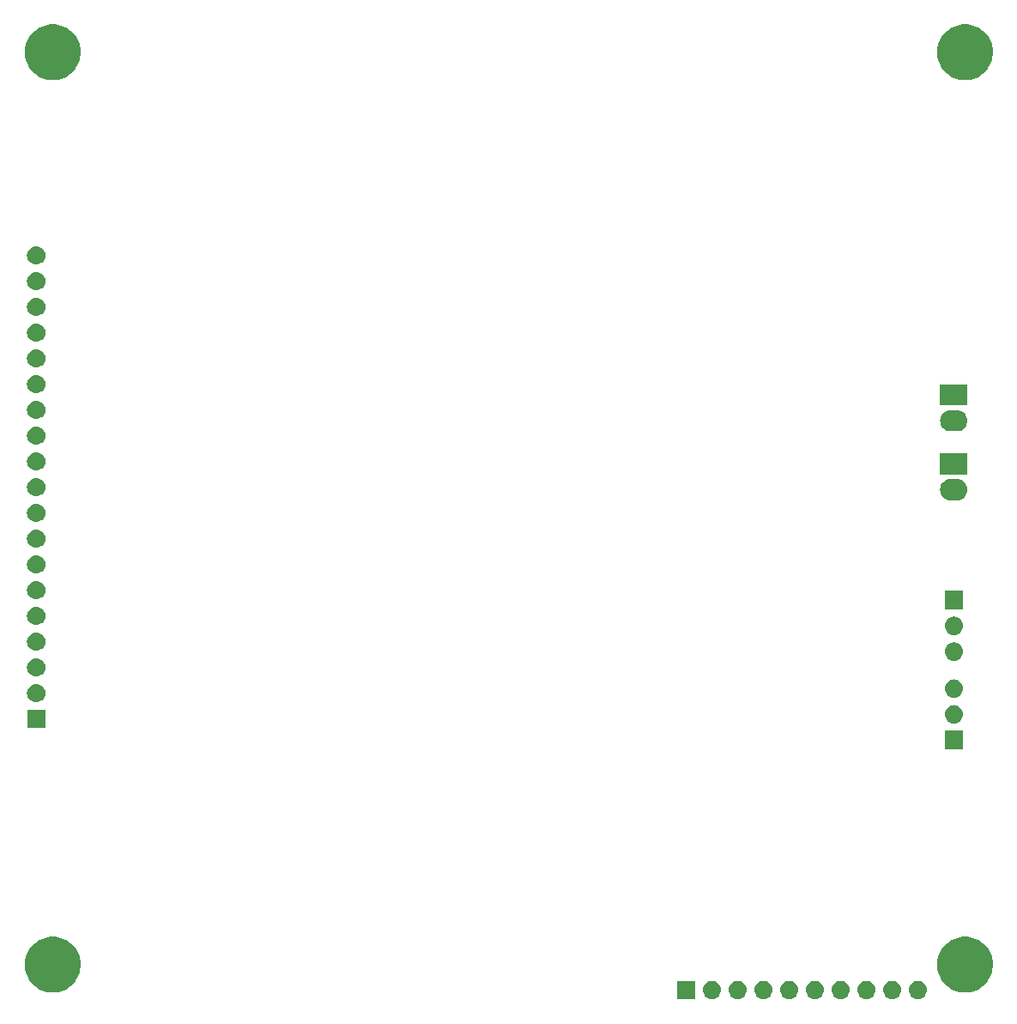
<source format=gbr>
G04 #@! TF.GenerationSoftware,KiCad,Pcbnew,6.0.0-rc1-unknown-5edf350~66~ubuntu18.10.1*
G04 #@! TF.CreationDate,2019-02-07T09:42:41-05:00
G04 #@! TF.ProjectId,BMS-Slave,424d532d-536c-4617-9665-2e6b69636164,V0.2*
G04 #@! TF.SameCoordinates,Original*
G04 #@! TF.FileFunction,Soldermask,Bot*
G04 #@! TF.FilePolarity,Negative*
%FSLAX46Y46*%
G04 Gerber Fmt 4.6, Leading zero omitted, Abs format (unit mm)*
G04 Created by KiCad (PCBNEW 6.0.0-rc1-unknown-5edf350~66~ubuntu18.10.1) date 2019-02-07 09:42:41*
%MOMM*%
%LPD*%
G04 APERTURE LIST*
%ADD10C,0.100000*%
G04 APERTURE END LIST*
D10*
G36*
X68401000Y-98401000D02*
G01*
X66599000Y-98401000D01*
X66599000Y-96599000D01*
X68401000Y-96599000D01*
X68401000Y-98401000D01*
X68401000Y-98401000D01*
G37*
G36*
X87930442Y-96605518D02*
G01*
X87996627Y-96612037D01*
X88166466Y-96663557D01*
X88322991Y-96747222D01*
X88358729Y-96776552D01*
X88460186Y-96859814D01*
X88543448Y-96961271D01*
X88572778Y-96997009D01*
X88656443Y-97153534D01*
X88707963Y-97323373D01*
X88725359Y-97500000D01*
X88707963Y-97676627D01*
X88656443Y-97846466D01*
X88572778Y-98002991D01*
X88543448Y-98038729D01*
X88460186Y-98140186D01*
X88358729Y-98223448D01*
X88322991Y-98252778D01*
X88166466Y-98336443D01*
X87996627Y-98387963D01*
X87930442Y-98394482D01*
X87864260Y-98401000D01*
X87775740Y-98401000D01*
X87709558Y-98394482D01*
X87643373Y-98387963D01*
X87473534Y-98336443D01*
X87317009Y-98252778D01*
X87281271Y-98223448D01*
X87179814Y-98140186D01*
X87096552Y-98038729D01*
X87067222Y-98002991D01*
X86983557Y-97846466D01*
X86932037Y-97676627D01*
X86914641Y-97500000D01*
X86932037Y-97323373D01*
X86983557Y-97153534D01*
X87067222Y-96997009D01*
X87096552Y-96961271D01*
X87179814Y-96859814D01*
X87281271Y-96776552D01*
X87317009Y-96747222D01*
X87473534Y-96663557D01*
X87643373Y-96612037D01*
X87709558Y-96605518D01*
X87775740Y-96599000D01*
X87864260Y-96599000D01*
X87930442Y-96605518D01*
X87930442Y-96605518D01*
G37*
G36*
X90470442Y-96605518D02*
G01*
X90536627Y-96612037D01*
X90706466Y-96663557D01*
X90862991Y-96747222D01*
X90898729Y-96776552D01*
X91000186Y-96859814D01*
X91083448Y-96961271D01*
X91112778Y-96997009D01*
X91196443Y-97153534D01*
X91247963Y-97323373D01*
X91265359Y-97500000D01*
X91247963Y-97676627D01*
X91196443Y-97846466D01*
X91112778Y-98002991D01*
X91083448Y-98038729D01*
X91000186Y-98140186D01*
X90898729Y-98223448D01*
X90862991Y-98252778D01*
X90706466Y-98336443D01*
X90536627Y-98387963D01*
X90470442Y-98394482D01*
X90404260Y-98401000D01*
X90315740Y-98401000D01*
X90249558Y-98394482D01*
X90183373Y-98387963D01*
X90013534Y-98336443D01*
X89857009Y-98252778D01*
X89821271Y-98223448D01*
X89719814Y-98140186D01*
X89636552Y-98038729D01*
X89607222Y-98002991D01*
X89523557Y-97846466D01*
X89472037Y-97676627D01*
X89454641Y-97500000D01*
X89472037Y-97323373D01*
X89523557Y-97153534D01*
X89607222Y-96997009D01*
X89636552Y-96961271D01*
X89719814Y-96859814D01*
X89821271Y-96776552D01*
X89857009Y-96747222D01*
X90013534Y-96663557D01*
X90183373Y-96612037D01*
X90249558Y-96605518D01*
X90315740Y-96599000D01*
X90404260Y-96599000D01*
X90470442Y-96605518D01*
X90470442Y-96605518D01*
G37*
G36*
X85390442Y-96605518D02*
G01*
X85456627Y-96612037D01*
X85626466Y-96663557D01*
X85782991Y-96747222D01*
X85818729Y-96776552D01*
X85920186Y-96859814D01*
X86003448Y-96961271D01*
X86032778Y-96997009D01*
X86116443Y-97153534D01*
X86167963Y-97323373D01*
X86185359Y-97500000D01*
X86167963Y-97676627D01*
X86116443Y-97846466D01*
X86032778Y-98002991D01*
X86003448Y-98038729D01*
X85920186Y-98140186D01*
X85818729Y-98223448D01*
X85782991Y-98252778D01*
X85626466Y-98336443D01*
X85456627Y-98387963D01*
X85390442Y-98394482D01*
X85324260Y-98401000D01*
X85235740Y-98401000D01*
X85169558Y-98394482D01*
X85103373Y-98387963D01*
X84933534Y-98336443D01*
X84777009Y-98252778D01*
X84741271Y-98223448D01*
X84639814Y-98140186D01*
X84556552Y-98038729D01*
X84527222Y-98002991D01*
X84443557Y-97846466D01*
X84392037Y-97676627D01*
X84374641Y-97500000D01*
X84392037Y-97323373D01*
X84443557Y-97153534D01*
X84527222Y-96997009D01*
X84556552Y-96961271D01*
X84639814Y-96859814D01*
X84741271Y-96776552D01*
X84777009Y-96747222D01*
X84933534Y-96663557D01*
X85103373Y-96612037D01*
X85169558Y-96605518D01*
X85235740Y-96599000D01*
X85324260Y-96599000D01*
X85390442Y-96605518D01*
X85390442Y-96605518D01*
G37*
G36*
X82850442Y-96605518D02*
G01*
X82916627Y-96612037D01*
X83086466Y-96663557D01*
X83242991Y-96747222D01*
X83278729Y-96776552D01*
X83380186Y-96859814D01*
X83463448Y-96961271D01*
X83492778Y-96997009D01*
X83576443Y-97153534D01*
X83627963Y-97323373D01*
X83645359Y-97500000D01*
X83627963Y-97676627D01*
X83576443Y-97846466D01*
X83492778Y-98002991D01*
X83463448Y-98038729D01*
X83380186Y-98140186D01*
X83278729Y-98223448D01*
X83242991Y-98252778D01*
X83086466Y-98336443D01*
X82916627Y-98387963D01*
X82850442Y-98394482D01*
X82784260Y-98401000D01*
X82695740Y-98401000D01*
X82629558Y-98394482D01*
X82563373Y-98387963D01*
X82393534Y-98336443D01*
X82237009Y-98252778D01*
X82201271Y-98223448D01*
X82099814Y-98140186D01*
X82016552Y-98038729D01*
X81987222Y-98002991D01*
X81903557Y-97846466D01*
X81852037Y-97676627D01*
X81834641Y-97500000D01*
X81852037Y-97323373D01*
X81903557Y-97153534D01*
X81987222Y-96997009D01*
X82016552Y-96961271D01*
X82099814Y-96859814D01*
X82201271Y-96776552D01*
X82237009Y-96747222D01*
X82393534Y-96663557D01*
X82563373Y-96612037D01*
X82629558Y-96605518D01*
X82695740Y-96599000D01*
X82784260Y-96599000D01*
X82850442Y-96605518D01*
X82850442Y-96605518D01*
G37*
G36*
X80310442Y-96605518D02*
G01*
X80376627Y-96612037D01*
X80546466Y-96663557D01*
X80702991Y-96747222D01*
X80738729Y-96776552D01*
X80840186Y-96859814D01*
X80923448Y-96961271D01*
X80952778Y-96997009D01*
X81036443Y-97153534D01*
X81087963Y-97323373D01*
X81105359Y-97500000D01*
X81087963Y-97676627D01*
X81036443Y-97846466D01*
X80952778Y-98002991D01*
X80923448Y-98038729D01*
X80840186Y-98140186D01*
X80738729Y-98223448D01*
X80702991Y-98252778D01*
X80546466Y-98336443D01*
X80376627Y-98387963D01*
X80310442Y-98394482D01*
X80244260Y-98401000D01*
X80155740Y-98401000D01*
X80089558Y-98394482D01*
X80023373Y-98387963D01*
X79853534Y-98336443D01*
X79697009Y-98252778D01*
X79661271Y-98223448D01*
X79559814Y-98140186D01*
X79476552Y-98038729D01*
X79447222Y-98002991D01*
X79363557Y-97846466D01*
X79312037Y-97676627D01*
X79294641Y-97500000D01*
X79312037Y-97323373D01*
X79363557Y-97153534D01*
X79447222Y-96997009D01*
X79476552Y-96961271D01*
X79559814Y-96859814D01*
X79661271Y-96776552D01*
X79697009Y-96747222D01*
X79853534Y-96663557D01*
X80023373Y-96612037D01*
X80089558Y-96605518D01*
X80155740Y-96599000D01*
X80244260Y-96599000D01*
X80310442Y-96605518D01*
X80310442Y-96605518D01*
G37*
G36*
X77770442Y-96605518D02*
G01*
X77836627Y-96612037D01*
X78006466Y-96663557D01*
X78162991Y-96747222D01*
X78198729Y-96776552D01*
X78300186Y-96859814D01*
X78383448Y-96961271D01*
X78412778Y-96997009D01*
X78496443Y-97153534D01*
X78547963Y-97323373D01*
X78565359Y-97500000D01*
X78547963Y-97676627D01*
X78496443Y-97846466D01*
X78412778Y-98002991D01*
X78383448Y-98038729D01*
X78300186Y-98140186D01*
X78198729Y-98223448D01*
X78162991Y-98252778D01*
X78006466Y-98336443D01*
X77836627Y-98387963D01*
X77770442Y-98394482D01*
X77704260Y-98401000D01*
X77615740Y-98401000D01*
X77549558Y-98394482D01*
X77483373Y-98387963D01*
X77313534Y-98336443D01*
X77157009Y-98252778D01*
X77121271Y-98223448D01*
X77019814Y-98140186D01*
X76936552Y-98038729D01*
X76907222Y-98002991D01*
X76823557Y-97846466D01*
X76772037Y-97676627D01*
X76754641Y-97500000D01*
X76772037Y-97323373D01*
X76823557Y-97153534D01*
X76907222Y-96997009D01*
X76936552Y-96961271D01*
X77019814Y-96859814D01*
X77121271Y-96776552D01*
X77157009Y-96747222D01*
X77313534Y-96663557D01*
X77483373Y-96612037D01*
X77549558Y-96605518D01*
X77615740Y-96599000D01*
X77704260Y-96599000D01*
X77770442Y-96605518D01*
X77770442Y-96605518D01*
G37*
G36*
X75230442Y-96605518D02*
G01*
X75296627Y-96612037D01*
X75466466Y-96663557D01*
X75622991Y-96747222D01*
X75658729Y-96776552D01*
X75760186Y-96859814D01*
X75843448Y-96961271D01*
X75872778Y-96997009D01*
X75956443Y-97153534D01*
X76007963Y-97323373D01*
X76025359Y-97500000D01*
X76007963Y-97676627D01*
X75956443Y-97846466D01*
X75872778Y-98002991D01*
X75843448Y-98038729D01*
X75760186Y-98140186D01*
X75658729Y-98223448D01*
X75622991Y-98252778D01*
X75466466Y-98336443D01*
X75296627Y-98387963D01*
X75230442Y-98394482D01*
X75164260Y-98401000D01*
X75075740Y-98401000D01*
X75009558Y-98394482D01*
X74943373Y-98387963D01*
X74773534Y-98336443D01*
X74617009Y-98252778D01*
X74581271Y-98223448D01*
X74479814Y-98140186D01*
X74396552Y-98038729D01*
X74367222Y-98002991D01*
X74283557Y-97846466D01*
X74232037Y-97676627D01*
X74214641Y-97500000D01*
X74232037Y-97323373D01*
X74283557Y-97153534D01*
X74367222Y-96997009D01*
X74396552Y-96961271D01*
X74479814Y-96859814D01*
X74581271Y-96776552D01*
X74617009Y-96747222D01*
X74773534Y-96663557D01*
X74943373Y-96612037D01*
X75009558Y-96605518D01*
X75075740Y-96599000D01*
X75164260Y-96599000D01*
X75230442Y-96605518D01*
X75230442Y-96605518D01*
G37*
G36*
X72690442Y-96605518D02*
G01*
X72756627Y-96612037D01*
X72926466Y-96663557D01*
X73082991Y-96747222D01*
X73118729Y-96776552D01*
X73220186Y-96859814D01*
X73303448Y-96961271D01*
X73332778Y-96997009D01*
X73416443Y-97153534D01*
X73467963Y-97323373D01*
X73485359Y-97500000D01*
X73467963Y-97676627D01*
X73416443Y-97846466D01*
X73332778Y-98002991D01*
X73303448Y-98038729D01*
X73220186Y-98140186D01*
X73118729Y-98223448D01*
X73082991Y-98252778D01*
X72926466Y-98336443D01*
X72756627Y-98387963D01*
X72690442Y-98394482D01*
X72624260Y-98401000D01*
X72535740Y-98401000D01*
X72469558Y-98394482D01*
X72403373Y-98387963D01*
X72233534Y-98336443D01*
X72077009Y-98252778D01*
X72041271Y-98223448D01*
X71939814Y-98140186D01*
X71856552Y-98038729D01*
X71827222Y-98002991D01*
X71743557Y-97846466D01*
X71692037Y-97676627D01*
X71674641Y-97500000D01*
X71692037Y-97323373D01*
X71743557Y-97153534D01*
X71827222Y-96997009D01*
X71856552Y-96961271D01*
X71939814Y-96859814D01*
X72041271Y-96776552D01*
X72077009Y-96747222D01*
X72233534Y-96663557D01*
X72403373Y-96612037D01*
X72469558Y-96605518D01*
X72535740Y-96599000D01*
X72624260Y-96599000D01*
X72690442Y-96605518D01*
X72690442Y-96605518D01*
G37*
G36*
X70150442Y-96605518D02*
G01*
X70216627Y-96612037D01*
X70386466Y-96663557D01*
X70542991Y-96747222D01*
X70578729Y-96776552D01*
X70680186Y-96859814D01*
X70763448Y-96961271D01*
X70792778Y-96997009D01*
X70876443Y-97153534D01*
X70927963Y-97323373D01*
X70945359Y-97500000D01*
X70927963Y-97676627D01*
X70876443Y-97846466D01*
X70792778Y-98002991D01*
X70763448Y-98038729D01*
X70680186Y-98140186D01*
X70578729Y-98223448D01*
X70542991Y-98252778D01*
X70386466Y-98336443D01*
X70216627Y-98387963D01*
X70150442Y-98394482D01*
X70084260Y-98401000D01*
X69995740Y-98401000D01*
X69929558Y-98394482D01*
X69863373Y-98387963D01*
X69693534Y-98336443D01*
X69537009Y-98252778D01*
X69501271Y-98223448D01*
X69399814Y-98140186D01*
X69316552Y-98038729D01*
X69287222Y-98002991D01*
X69203557Y-97846466D01*
X69152037Y-97676627D01*
X69134641Y-97500000D01*
X69152037Y-97323373D01*
X69203557Y-97153534D01*
X69287222Y-96997009D01*
X69316552Y-96961271D01*
X69399814Y-96859814D01*
X69501271Y-96776552D01*
X69537009Y-96747222D01*
X69693534Y-96663557D01*
X69863373Y-96612037D01*
X69929558Y-96605518D01*
X69995740Y-96599000D01*
X70084260Y-96599000D01*
X70150442Y-96605518D01*
X70150442Y-96605518D01*
G37*
G36*
X5536693Y-92301859D02*
G01*
X5802437Y-92354719D01*
X6303087Y-92562095D01*
X6483561Y-92682684D01*
X6753660Y-92863158D01*
X7136842Y-93246340D01*
X7317316Y-93516439D01*
X7437905Y-93696913D01*
X7571363Y-94019109D01*
X7645281Y-94197564D01*
X7751000Y-94729049D01*
X7751000Y-95270951D01*
X7715186Y-95451000D01*
X7645281Y-95802437D01*
X7437905Y-96303087D01*
X7381521Y-96387471D01*
X7136842Y-96753660D01*
X6753660Y-97136842D01*
X6490774Y-97312496D01*
X6303087Y-97437905D01*
X5802437Y-97645281D01*
X5536694Y-97698140D01*
X5270951Y-97751000D01*
X4729049Y-97751000D01*
X4463306Y-97698140D01*
X4197563Y-97645281D01*
X3696913Y-97437905D01*
X3509226Y-97312496D01*
X3246340Y-97136842D01*
X2863158Y-96753660D01*
X2618479Y-96387471D01*
X2562095Y-96303087D01*
X2354719Y-95802437D01*
X2284814Y-95451000D01*
X2249000Y-95270951D01*
X2249000Y-94729049D01*
X2354719Y-94197564D01*
X2428637Y-94019109D01*
X2562095Y-93696913D01*
X2682684Y-93516439D01*
X2863158Y-93246340D01*
X3246340Y-92863158D01*
X3516439Y-92682684D01*
X3696913Y-92562095D01*
X4197563Y-92354719D01*
X4463307Y-92301859D01*
X4729049Y-92249000D01*
X5270951Y-92249000D01*
X5536693Y-92301859D01*
X5536693Y-92301859D01*
G37*
G36*
X95536693Y-92301859D02*
G01*
X95802437Y-92354719D01*
X96303087Y-92562095D01*
X96483561Y-92682684D01*
X96753660Y-92863158D01*
X97136842Y-93246340D01*
X97317316Y-93516439D01*
X97437905Y-93696913D01*
X97571363Y-94019109D01*
X97645281Y-94197564D01*
X97751000Y-94729049D01*
X97751000Y-95270951D01*
X97715186Y-95451000D01*
X97645281Y-95802437D01*
X97437905Y-96303087D01*
X97381521Y-96387471D01*
X97136842Y-96753660D01*
X96753660Y-97136842D01*
X96490774Y-97312496D01*
X96303087Y-97437905D01*
X95802437Y-97645281D01*
X95536693Y-97698141D01*
X95270951Y-97751000D01*
X94729049Y-97751000D01*
X94463306Y-97698140D01*
X94197563Y-97645281D01*
X93696913Y-97437905D01*
X93509226Y-97312496D01*
X93246340Y-97136842D01*
X92863158Y-96753660D01*
X92618479Y-96387471D01*
X92562095Y-96303087D01*
X92354719Y-95802437D01*
X92284814Y-95451000D01*
X92249000Y-95270951D01*
X92249000Y-94729049D01*
X92354719Y-94197564D01*
X92428637Y-94019109D01*
X92562095Y-93696913D01*
X92682684Y-93516439D01*
X92863158Y-93246340D01*
X93246340Y-92863158D01*
X93516439Y-92682684D01*
X93696913Y-92562095D01*
X94197563Y-92354719D01*
X94463307Y-92301859D01*
X94729049Y-92249000D01*
X95270951Y-92249000D01*
X95536693Y-92301859D01*
X95536693Y-92301859D01*
G37*
G36*
X94819320Y-73742520D02*
G01*
X93017320Y-73742520D01*
X93017320Y-71940520D01*
X94819320Y-71940520D01*
X94819320Y-73742520D01*
X94819320Y-73742520D01*
G37*
G36*
X4279200Y-71665400D02*
G01*
X2477200Y-71665400D01*
X2477200Y-69863400D01*
X4279200Y-69863400D01*
X4279200Y-71665400D01*
X4279200Y-71665400D01*
G37*
G36*
X94028763Y-69407039D02*
G01*
X94094947Y-69413557D01*
X94264786Y-69465077D01*
X94421311Y-69548742D01*
X94457049Y-69578072D01*
X94558506Y-69661334D01*
X94641768Y-69762791D01*
X94671098Y-69798529D01*
X94754763Y-69955054D01*
X94806283Y-70124893D01*
X94823679Y-70301520D01*
X94806283Y-70478147D01*
X94754763Y-70647986D01*
X94671098Y-70804511D01*
X94641768Y-70840249D01*
X94558506Y-70941706D01*
X94457049Y-71024968D01*
X94421311Y-71054298D01*
X94264786Y-71137963D01*
X94094947Y-71189483D01*
X94028762Y-71196002D01*
X93962580Y-71202520D01*
X93874060Y-71202520D01*
X93807878Y-71196002D01*
X93741693Y-71189483D01*
X93571854Y-71137963D01*
X93415329Y-71054298D01*
X93379591Y-71024968D01*
X93278134Y-70941706D01*
X93194872Y-70840249D01*
X93165542Y-70804511D01*
X93081877Y-70647986D01*
X93030357Y-70478147D01*
X93012961Y-70301520D01*
X93030357Y-70124893D01*
X93081877Y-69955054D01*
X93165542Y-69798529D01*
X93194872Y-69762791D01*
X93278134Y-69661334D01*
X93379591Y-69578072D01*
X93415329Y-69548742D01*
X93571854Y-69465077D01*
X93741693Y-69413557D01*
X93807877Y-69407039D01*
X93874060Y-69400520D01*
X93962580Y-69400520D01*
X94028763Y-69407039D01*
X94028763Y-69407039D01*
G37*
G36*
X3488643Y-67329919D02*
G01*
X3554827Y-67336437D01*
X3724666Y-67387957D01*
X3881191Y-67471622D01*
X3916929Y-67500952D01*
X4018386Y-67584214D01*
X4101648Y-67685671D01*
X4130978Y-67721409D01*
X4214643Y-67877934D01*
X4266163Y-68047773D01*
X4283559Y-68224400D01*
X4266163Y-68401027D01*
X4214643Y-68570866D01*
X4130978Y-68727391D01*
X4101648Y-68763129D01*
X4018386Y-68864586D01*
X3916929Y-68947848D01*
X3881191Y-68977178D01*
X3724666Y-69060843D01*
X3554827Y-69112363D01*
X3488643Y-69118881D01*
X3422460Y-69125400D01*
X3333940Y-69125400D01*
X3267757Y-69118881D01*
X3201573Y-69112363D01*
X3031734Y-69060843D01*
X2875209Y-68977178D01*
X2839471Y-68947848D01*
X2738014Y-68864586D01*
X2654752Y-68763129D01*
X2625422Y-68727391D01*
X2541757Y-68570866D01*
X2490237Y-68401027D01*
X2472841Y-68224400D01*
X2490237Y-68047773D01*
X2541757Y-67877934D01*
X2625422Y-67721409D01*
X2654752Y-67685671D01*
X2738014Y-67584214D01*
X2839471Y-67500952D01*
X2875209Y-67471622D01*
X3031734Y-67387957D01*
X3201573Y-67336437D01*
X3267757Y-67329919D01*
X3333940Y-67323400D01*
X3422460Y-67323400D01*
X3488643Y-67329919D01*
X3488643Y-67329919D01*
G37*
G36*
X94028763Y-66867039D02*
G01*
X94094947Y-66873557D01*
X94264786Y-66925077D01*
X94421311Y-67008742D01*
X94457049Y-67038072D01*
X94558506Y-67121334D01*
X94641768Y-67222791D01*
X94671098Y-67258529D01*
X94754763Y-67415054D01*
X94806283Y-67584893D01*
X94823679Y-67761520D01*
X94806283Y-67938147D01*
X94754763Y-68107986D01*
X94671098Y-68264511D01*
X94641768Y-68300249D01*
X94558506Y-68401706D01*
X94457049Y-68484968D01*
X94421311Y-68514298D01*
X94264786Y-68597963D01*
X94094947Y-68649483D01*
X94028763Y-68656001D01*
X93962580Y-68662520D01*
X93874060Y-68662520D01*
X93807877Y-68656001D01*
X93741693Y-68649483D01*
X93571854Y-68597963D01*
X93415329Y-68514298D01*
X93379591Y-68484968D01*
X93278134Y-68401706D01*
X93194872Y-68300249D01*
X93165542Y-68264511D01*
X93081877Y-68107986D01*
X93030357Y-67938147D01*
X93012961Y-67761520D01*
X93030357Y-67584893D01*
X93081877Y-67415054D01*
X93165542Y-67258529D01*
X93194872Y-67222791D01*
X93278134Y-67121334D01*
X93379591Y-67038072D01*
X93415329Y-67008742D01*
X93571854Y-66925077D01*
X93741693Y-66873557D01*
X93807877Y-66867039D01*
X93874060Y-66860520D01*
X93962580Y-66860520D01*
X94028763Y-66867039D01*
X94028763Y-66867039D01*
G37*
G36*
X3488643Y-64789919D02*
G01*
X3554827Y-64796437D01*
X3724666Y-64847957D01*
X3881191Y-64931622D01*
X3916929Y-64960952D01*
X4018386Y-65044214D01*
X4101648Y-65145671D01*
X4130978Y-65181409D01*
X4214643Y-65337934D01*
X4266163Y-65507773D01*
X4283559Y-65684400D01*
X4266163Y-65861027D01*
X4214643Y-66030866D01*
X4130978Y-66187391D01*
X4101648Y-66223129D01*
X4018386Y-66324586D01*
X3916929Y-66407848D01*
X3881191Y-66437178D01*
X3724666Y-66520843D01*
X3554827Y-66572363D01*
X3488643Y-66578881D01*
X3422460Y-66585400D01*
X3333940Y-66585400D01*
X3267757Y-66578881D01*
X3201573Y-66572363D01*
X3031734Y-66520843D01*
X2875209Y-66437178D01*
X2839471Y-66407848D01*
X2738014Y-66324586D01*
X2654752Y-66223129D01*
X2625422Y-66187391D01*
X2541757Y-66030866D01*
X2490237Y-65861027D01*
X2472841Y-65684400D01*
X2490237Y-65507773D01*
X2541757Y-65337934D01*
X2625422Y-65181409D01*
X2654752Y-65145671D01*
X2738014Y-65044214D01*
X2839471Y-64960952D01*
X2875209Y-64931622D01*
X3031734Y-64847957D01*
X3201573Y-64796437D01*
X3267757Y-64789919D01*
X3333940Y-64783400D01*
X3422460Y-64783400D01*
X3488643Y-64789919D01*
X3488643Y-64789919D01*
G37*
G36*
X94028763Y-63219599D02*
G01*
X94094947Y-63226117D01*
X94264786Y-63277637D01*
X94421311Y-63361302D01*
X94457049Y-63390632D01*
X94558506Y-63473894D01*
X94641768Y-63575351D01*
X94671098Y-63611089D01*
X94754763Y-63767614D01*
X94806283Y-63937453D01*
X94823679Y-64114080D01*
X94806283Y-64290707D01*
X94754763Y-64460546D01*
X94671098Y-64617071D01*
X94641768Y-64652809D01*
X94558506Y-64754266D01*
X94457049Y-64837528D01*
X94421311Y-64866858D01*
X94264786Y-64950523D01*
X94094947Y-65002043D01*
X94028763Y-65008561D01*
X93962580Y-65015080D01*
X93874060Y-65015080D01*
X93807877Y-65008561D01*
X93741693Y-65002043D01*
X93571854Y-64950523D01*
X93415329Y-64866858D01*
X93379591Y-64837528D01*
X93278134Y-64754266D01*
X93194872Y-64652809D01*
X93165542Y-64617071D01*
X93081877Y-64460546D01*
X93030357Y-64290707D01*
X93012961Y-64114080D01*
X93030357Y-63937453D01*
X93081877Y-63767614D01*
X93165542Y-63611089D01*
X93194872Y-63575351D01*
X93278134Y-63473894D01*
X93379591Y-63390632D01*
X93415329Y-63361302D01*
X93571854Y-63277637D01*
X93741693Y-63226117D01*
X93807877Y-63219599D01*
X93874060Y-63213080D01*
X93962580Y-63213080D01*
X94028763Y-63219599D01*
X94028763Y-63219599D01*
G37*
G36*
X3488643Y-62249919D02*
G01*
X3554827Y-62256437D01*
X3724666Y-62307957D01*
X3881191Y-62391622D01*
X3916929Y-62420952D01*
X4018386Y-62504214D01*
X4101648Y-62605671D01*
X4130978Y-62641409D01*
X4214643Y-62797934D01*
X4266163Y-62967773D01*
X4283559Y-63144400D01*
X4266163Y-63321027D01*
X4214643Y-63490866D01*
X4130978Y-63647391D01*
X4101648Y-63683129D01*
X4018386Y-63784586D01*
X3916929Y-63867848D01*
X3881191Y-63897178D01*
X3724666Y-63980843D01*
X3554827Y-64032363D01*
X3488643Y-64038881D01*
X3422460Y-64045400D01*
X3333940Y-64045400D01*
X3267757Y-64038881D01*
X3201573Y-64032363D01*
X3031734Y-63980843D01*
X2875209Y-63897178D01*
X2839471Y-63867848D01*
X2738014Y-63784586D01*
X2654752Y-63683129D01*
X2625422Y-63647391D01*
X2541757Y-63490866D01*
X2490237Y-63321027D01*
X2472841Y-63144400D01*
X2490237Y-62967773D01*
X2541757Y-62797934D01*
X2625422Y-62641409D01*
X2654752Y-62605671D01*
X2738014Y-62504214D01*
X2839471Y-62420952D01*
X2875209Y-62391622D01*
X3031734Y-62307957D01*
X3201573Y-62256437D01*
X3267757Y-62249919D01*
X3333940Y-62243400D01*
X3422460Y-62243400D01*
X3488643Y-62249919D01*
X3488643Y-62249919D01*
G37*
G36*
X94028763Y-60679599D02*
G01*
X94094947Y-60686117D01*
X94264786Y-60737637D01*
X94421311Y-60821302D01*
X94457049Y-60850632D01*
X94558506Y-60933894D01*
X94641768Y-61035351D01*
X94671098Y-61071089D01*
X94754763Y-61227614D01*
X94806283Y-61397453D01*
X94823679Y-61574080D01*
X94806283Y-61750707D01*
X94754763Y-61920546D01*
X94671098Y-62077071D01*
X94641768Y-62112809D01*
X94558506Y-62214266D01*
X94457049Y-62297528D01*
X94421311Y-62326858D01*
X94264786Y-62410523D01*
X94094947Y-62462043D01*
X94028762Y-62468562D01*
X93962580Y-62475080D01*
X93874060Y-62475080D01*
X93807878Y-62468562D01*
X93741693Y-62462043D01*
X93571854Y-62410523D01*
X93415329Y-62326858D01*
X93379591Y-62297528D01*
X93278134Y-62214266D01*
X93194872Y-62112809D01*
X93165542Y-62077071D01*
X93081877Y-61920546D01*
X93030357Y-61750707D01*
X93012961Y-61574080D01*
X93030357Y-61397453D01*
X93081877Y-61227614D01*
X93165542Y-61071089D01*
X93194872Y-61035351D01*
X93278134Y-60933894D01*
X93379591Y-60850632D01*
X93415329Y-60821302D01*
X93571854Y-60737637D01*
X93741693Y-60686117D01*
X93807877Y-60679599D01*
X93874060Y-60673080D01*
X93962580Y-60673080D01*
X94028763Y-60679599D01*
X94028763Y-60679599D01*
G37*
G36*
X3488642Y-59709918D02*
G01*
X3554827Y-59716437D01*
X3724666Y-59767957D01*
X3881191Y-59851622D01*
X3916929Y-59880952D01*
X4018386Y-59964214D01*
X4101648Y-60065671D01*
X4130978Y-60101409D01*
X4214643Y-60257934D01*
X4266163Y-60427773D01*
X4283559Y-60604400D01*
X4266163Y-60781027D01*
X4214643Y-60950866D01*
X4130978Y-61107391D01*
X4101648Y-61143129D01*
X4018386Y-61244586D01*
X3916929Y-61327848D01*
X3881191Y-61357178D01*
X3724666Y-61440843D01*
X3554827Y-61492363D01*
X3488642Y-61498882D01*
X3422460Y-61505400D01*
X3333940Y-61505400D01*
X3267758Y-61498882D01*
X3201573Y-61492363D01*
X3031734Y-61440843D01*
X2875209Y-61357178D01*
X2839471Y-61327848D01*
X2738014Y-61244586D01*
X2654752Y-61143129D01*
X2625422Y-61107391D01*
X2541757Y-60950866D01*
X2490237Y-60781027D01*
X2472841Y-60604400D01*
X2490237Y-60427773D01*
X2541757Y-60257934D01*
X2625422Y-60101409D01*
X2654752Y-60065671D01*
X2738014Y-59964214D01*
X2839471Y-59880952D01*
X2875209Y-59851622D01*
X3031734Y-59767957D01*
X3201573Y-59716437D01*
X3267758Y-59709918D01*
X3333940Y-59703400D01*
X3422460Y-59703400D01*
X3488642Y-59709918D01*
X3488642Y-59709918D01*
G37*
G36*
X94819320Y-59935080D02*
G01*
X93017320Y-59935080D01*
X93017320Y-58133080D01*
X94819320Y-58133080D01*
X94819320Y-59935080D01*
X94819320Y-59935080D01*
G37*
G36*
X3488643Y-57169919D02*
G01*
X3554827Y-57176437D01*
X3724666Y-57227957D01*
X3881191Y-57311622D01*
X3916929Y-57340952D01*
X4018386Y-57424214D01*
X4101648Y-57525671D01*
X4130978Y-57561409D01*
X4214643Y-57717934D01*
X4266163Y-57887773D01*
X4283559Y-58064400D01*
X4266163Y-58241027D01*
X4214643Y-58410866D01*
X4130978Y-58567391D01*
X4101648Y-58603129D01*
X4018386Y-58704586D01*
X3916929Y-58787848D01*
X3881191Y-58817178D01*
X3724666Y-58900843D01*
X3554827Y-58952363D01*
X3488642Y-58958882D01*
X3422460Y-58965400D01*
X3333940Y-58965400D01*
X3267758Y-58958882D01*
X3201573Y-58952363D01*
X3031734Y-58900843D01*
X2875209Y-58817178D01*
X2839471Y-58787848D01*
X2738014Y-58704586D01*
X2654752Y-58603129D01*
X2625422Y-58567391D01*
X2541757Y-58410866D01*
X2490237Y-58241027D01*
X2472841Y-58064400D01*
X2490237Y-57887773D01*
X2541757Y-57717934D01*
X2625422Y-57561409D01*
X2654752Y-57525671D01*
X2738014Y-57424214D01*
X2839471Y-57340952D01*
X2875209Y-57311622D01*
X3031734Y-57227957D01*
X3201573Y-57176437D01*
X3267757Y-57169919D01*
X3333940Y-57163400D01*
X3422460Y-57163400D01*
X3488643Y-57169919D01*
X3488643Y-57169919D01*
G37*
G36*
X3488642Y-54629918D02*
G01*
X3554827Y-54636437D01*
X3724666Y-54687957D01*
X3881191Y-54771622D01*
X3916929Y-54800952D01*
X4018386Y-54884214D01*
X4101648Y-54985671D01*
X4130978Y-55021409D01*
X4214643Y-55177934D01*
X4266163Y-55347773D01*
X4283559Y-55524400D01*
X4266163Y-55701027D01*
X4214643Y-55870866D01*
X4130978Y-56027391D01*
X4101648Y-56063129D01*
X4018386Y-56164586D01*
X3916929Y-56247848D01*
X3881191Y-56277178D01*
X3724666Y-56360843D01*
X3554827Y-56412363D01*
X3488643Y-56418881D01*
X3422460Y-56425400D01*
X3333940Y-56425400D01*
X3267757Y-56418881D01*
X3201573Y-56412363D01*
X3031734Y-56360843D01*
X2875209Y-56277178D01*
X2839471Y-56247848D01*
X2738014Y-56164586D01*
X2654752Y-56063129D01*
X2625422Y-56027391D01*
X2541757Y-55870866D01*
X2490237Y-55701027D01*
X2472841Y-55524400D01*
X2490237Y-55347773D01*
X2541757Y-55177934D01*
X2625422Y-55021409D01*
X2654752Y-54985671D01*
X2738014Y-54884214D01*
X2839471Y-54800952D01*
X2875209Y-54771622D01*
X3031734Y-54687957D01*
X3201573Y-54636437D01*
X3267758Y-54629918D01*
X3333940Y-54623400D01*
X3422460Y-54623400D01*
X3488642Y-54629918D01*
X3488642Y-54629918D01*
G37*
G36*
X3488643Y-52089919D02*
G01*
X3554827Y-52096437D01*
X3724666Y-52147957D01*
X3881191Y-52231622D01*
X3916929Y-52260952D01*
X4018386Y-52344214D01*
X4101648Y-52445671D01*
X4130978Y-52481409D01*
X4214643Y-52637934D01*
X4266163Y-52807773D01*
X4283559Y-52984400D01*
X4266163Y-53161027D01*
X4214643Y-53330866D01*
X4130978Y-53487391D01*
X4101648Y-53523129D01*
X4018386Y-53624586D01*
X3916929Y-53707848D01*
X3881191Y-53737178D01*
X3724666Y-53820843D01*
X3554827Y-53872363D01*
X3488642Y-53878882D01*
X3422460Y-53885400D01*
X3333940Y-53885400D01*
X3267758Y-53878882D01*
X3201573Y-53872363D01*
X3031734Y-53820843D01*
X2875209Y-53737178D01*
X2839471Y-53707848D01*
X2738014Y-53624586D01*
X2654752Y-53523129D01*
X2625422Y-53487391D01*
X2541757Y-53330866D01*
X2490237Y-53161027D01*
X2472841Y-52984400D01*
X2490237Y-52807773D01*
X2541757Y-52637934D01*
X2625422Y-52481409D01*
X2654752Y-52445671D01*
X2738014Y-52344214D01*
X2839471Y-52260952D01*
X2875209Y-52231622D01*
X3031734Y-52147957D01*
X3201573Y-52096437D01*
X3267757Y-52089919D01*
X3333940Y-52083400D01*
X3422460Y-52083400D01*
X3488643Y-52089919D01*
X3488643Y-52089919D01*
G37*
G36*
X3488643Y-49549919D02*
G01*
X3554827Y-49556437D01*
X3724666Y-49607957D01*
X3881191Y-49691622D01*
X3916929Y-49720952D01*
X4018386Y-49804214D01*
X4101648Y-49905671D01*
X4130978Y-49941409D01*
X4214643Y-50097934D01*
X4266163Y-50267773D01*
X4283559Y-50444400D01*
X4266163Y-50621027D01*
X4214643Y-50790866D01*
X4130978Y-50947391D01*
X4101648Y-50983129D01*
X4018386Y-51084586D01*
X3916929Y-51167848D01*
X3881191Y-51197178D01*
X3724666Y-51280843D01*
X3554827Y-51332363D01*
X3488643Y-51338881D01*
X3422460Y-51345400D01*
X3333940Y-51345400D01*
X3267757Y-51338881D01*
X3201573Y-51332363D01*
X3031734Y-51280843D01*
X2875209Y-51197178D01*
X2839471Y-51167848D01*
X2738014Y-51084586D01*
X2654752Y-50983129D01*
X2625422Y-50947391D01*
X2541757Y-50790866D01*
X2490237Y-50621027D01*
X2472841Y-50444400D01*
X2490237Y-50267773D01*
X2541757Y-50097934D01*
X2625422Y-49941409D01*
X2654752Y-49905671D01*
X2738014Y-49804214D01*
X2839471Y-49720952D01*
X2875209Y-49691622D01*
X3031734Y-49607957D01*
X3201573Y-49556437D01*
X3267757Y-49549919D01*
X3333940Y-49543400D01*
X3422460Y-49543400D01*
X3488643Y-49549919D01*
X3488643Y-49549919D01*
G37*
G36*
X94303097Y-47094069D02*
G01*
X94406032Y-47104207D01*
X94562336Y-47151622D01*
X94604149Y-47164306D01*
X94700975Y-47216061D01*
X94786729Y-47261897D01*
X94946765Y-47393235D01*
X95078103Y-47553271D01*
X95080594Y-47557932D01*
X95175694Y-47735851D01*
X95175695Y-47735854D01*
X95235793Y-47933968D01*
X95256085Y-48140000D01*
X95235793Y-48346032D01*
X95175695Y-48544146D01*
X95175694Y-48544149D01*
X95175460Y-48544586D01*
X95078103Y-48726729D01*
X94946765Y-48886765D01*
X94786729Y-49018103D01*
X94700975Y-49063939D01*
X94604149Y-49115694D01*
X94604146Y-49115695D01*
X94406032Y-49175793D01*
X94303097Y-49185931D01*
X94251631Y-49191000D01*
X93548369Y-49191000D01*
X93496903Y-49185931D01*
X93393968Y-49175793D01*
X93195854Y-49115695D01*
X93195851Y-49115694D01*
X93099025Y-49063939D01*
X93013271Y-49018103D01*
X92853235Y-48886765D01*
X92721897Y-48726729D01*
X92624540Y-48544586D01*
X92624306Y-48544149D01*
X92624305Y-48544146D01*
X92564207Y-48346032D01*
X92543915Y-48140000D01*
X92564207Y-47933968D01*
X92624305Y-47735854D01*
X92624306Y-47735851D01*
X92719406Y-47557932D01*
X92721897Y-47553271D01*
X92853235Y-47393235D01*
X93013271Y-47261897D01*
X93099025Y-47216061D01*
X93195851Y-47164306D01*
X93237664Y-47151622D01*
X93393968Y-47104207D01*
X93496903Y-47094069D01*
X93548369Y-47089000D01*
X94251631Y-47089000D01*
X94303097Y-47094069D01*
X94303097Y-47094069D01*
G37*
G36*
X3488643Y-47009919D02*
G01*
X3554827Y-47016437D01*
X3724666Y-47067957D01*
X3881191Y-47151622D01*
X3896645Y-47164305D01*
X4018386Y-47264214D01*
X4101648Y-47365671D01*
X4130978Y-47401409D01*
X4214643Y-47557934D01*
X4266163Y-47727773D01*
X4283559Y-47904400D01*
X4266163Y-48081027D01*
X4214643Y-48250866D01*
X4130978Y-48407391D01*
X4101648Y-48443129D01*
X4018386Y-48544586D01*
X3916929Y-48627848D01*
X3881191Y-48657178D01*
X3724666Y-48740843D01*
X3554827Y-48792363D01*
X3488643Y-48798881D01*
X3422460Y-48805400D01*
X3333940Y-48805400D01*
X3267757Y-48798881D01*
X3201573Y-48792363D01*
X3031734Y-48740843D01*
X2875209Y-48657178D01*
X2839471Y-48627848D01*
X2738014Y-48544586D01*
X2654752Y-48443129D01*
X2625422Y-48407391D01*
X2541757Y-48250866D01*
X2490237Y-48081027D01*
X2472841Y-47904400D01*
X2490237Y-47727773D01*
X2541757Y-47557934D01*
X2625422Y-47401409D01*
X2654752Y-47365671D01*
X2738014Y-47264214D01*
X2859755Y-47164305D01*
X2875209Y-47151622D01*
X3031734Y-47067957D01*
X3201573Y-47016437D01*
X3267757Y-47009919D01*
X3333940Y-47003400D01*
X3422460Y-47003400D01*
X3488643Y-47009919D01*
X3488643Y-47009919D01*
G37*
G36*
X95251000Y-46651000D02*
G01*
X92549000Y-46651000D01*
X92549000Y-44549000D01*
X95251000Y-44549000D01*
X95251000Y-46651000D01*
X95251000Y-46651000D01*
G37*
G36*
X3488643Y-44469919D02*
G01*
X3554827Y-44476437D01*
X3724666Y-44527957D01*
X3881191Y-44611622D01*
X3916929Y-44640952D01*
X4018386Y-44724214D01*
X4101648Y-44825671D01*
X4130978Y-44861409D01*
X4214643Y-45017934D01*
X4266163Y-45187773D01*
X4283559Y-45364400D01*
X4266163Y-45541027D01*
X4214643Y-45710866D01*
X4130978Y-45867391D01*
X4101648Y-45903129D01*
X4018386Y-46004586D01*
X3916929Y-46087848D01*
X3881191Y-46117178D01*
X3724666Y-46200843D01*
X3554827Y-46252363D01*
X3488643Y-46258881D01*
X3422460Y-46265400D01*
X3333940Y-46265400D01*
X3267757Y-46258881D01*
X3201573Y-46252363D01*
X3031734Y-46200843D01*
X2875209Y-46117178D01*
X2839471Y-46087848D01*
X2738014Y-46004586D01*
X2654752Y-45903129D01*
X2625422Y-45867391D01*
X2541757Y-45710866D01*
X2490237Y-45541027D01*
X2472841Y-45364400D01*
X2490237Y-45187773D01*
X2541757Y-45017934D01*
X2625422Y-44861409D01*
X2654752Y-44825671D01*
X2738014Y-44724214D01*
X2839471Y-44640952D01*
X2875209Y-44611622D01*
X3031734Y-44527957D01*
X3201573Y-44476437D01*
X3267757Y-44469919D01*
X3333940Y-44463400D01*
X3422460Y-44463400D01*
X3488643Y-44469919D01*
X3488643Y-44469919D01*
G37*
G36*
X3488642Y-41929918D02*
G01*
X3554827Y-41936437D01*
X3724666Y-41987957D01*
X3881191Y-42071622D01*
X3916929Y-42100952D01*
X4018386Y-42184214D01*
X4101648Y-42285671D01*
X4130978Y-42321409D01*
X4214643Y-42477934D01*
X4266163Y-42647773D01*
X4283559Y-42824400D01*
X4266163Y-43001027D01*
X4214643Y-43170866D01*
X4130978Y-43327391D01*
X4101648Y-43363129D01*
X4018386Y-43464586D01*
X3916929Y-43547848D01*
X3881191Y-43577178D01*
X3724666Y-43660843D01*
X3554827Y-43712363D01*
X3488643Y-43718881D01*
X3422460Y-43725400D01*
X3333940Y-43725400D01*
X3267757Y-43718881D01*
X3201573Y-43712363D01*
X3031734Y-43660843D01*
X2875209Y-43577178D01*
X2839471Y-43547848D01*
X2738014Y-43464586D01*
X2654752Y-43363129D01*
X2625422Y-43327391D01*
X2541757Y-43170866D01*
X2490237Y-43001027D01*
X2472841Y-42824400D01*
X2490237Y-42647773D01*
X2541757Y-42477934D01*
X2625422Y-42321409D01*
X2654752Y-42285671D01*
X2738014Y-42184214D01*
X2839471Y-42100952D01*
X2875209Y-42071622D01*
X3031734Y-41987957D01*
X3201573Y-41936437D01*
X3267758Y-41929918D01*
X3333940Y-41923400D01*
X3422460Y-41923400D01*
X3488642Y-41929918D01*
X3488642Y-41929918D01*
G37*
G36*
X94303097Y-40294069D02*
G01*
X94406032Y-40304207D01*
X94604146Y-40364305D01*
X94604149Y-40364306D01*
X94700975Y-40416061D01*
X94786729Y-40461897D01*
X94946765Y-40593235D01*
X95078103Y-40753271D01*
X95096339Y-40787389D01*
X95175694Y-40935851D01*
X95175695Y-40935854D01*
X95235793Y-41133968D01*
X95256085Y-41340000D01*
X95235793Y-41546032D01*
X95175695Y-41744146D01*
X95175694Y-41744149D01*
X95123939Y-41840975D01*
X95078103Y-41926729D01*
X94946765Y-42086765D01*
X94786729Y-42218103D01*
X94700975Y-42263939D01*
X94604149Y-42315694D01*
X94604146Y-42315695D01*
X94406032Y-42375793D01*
X94303097Y-42385931D01*
X94251631Y-42391000D01*
X93548369Y-42391000D01*
X93496903Y-42385931D01*
X93393968Y-42375793D01*
X93195854Y-42315695D01*
X93195851Y-42315694D01*
X93099025Y-42263939D01*
X93013271Y-42218103D01*
X92853235Y-42086765D01*
X92721897Y-41926729D01*
X92676061Y-41840975D01*
X92624306Y-41744149D01*
X92624305Y-41744146D01*
X92564207Y-41546032D01*
X92543915Y-41340000D01*
X92564207Y-41133968D01*
X92624305Y-40935854D01*
X92624306Y-40935851D01*
X92703661Y-40787389D01*
X92721897Y-40753271D01*
X92853235Y-40593235D01*
X93013271Y-40461897D01*
X93099025Y-40416061D01*
X93195851Y-40364306D01*
X93195854Y-40364305D01*
X93393968Y-40304207D01*
X93496903Y-40294069D01*
X93548369Y-40289000D01*
X94251631Y-40289000D01*
X94303097Y-40294069D01*
X94303097Y-40294069D01*
G37*
G36*
X3488643Y-39389919D02*
G01*
X3554827Y-39396437D01*
X3724666Y-39447957D01*
X3881191Y-39531622D01*
X3916929Y-39560952D01*
X4018386Y-39644214D01*
X4101648Y-39745671D01*
X4130978Y-39781409D01*
X4214643Y-39937934D01*
X4266163Y-40107773D01*
X4283559Y-40284400D01*
X4266163Y-40461027D01*
X4214643Y-40630866D01*
X4130978Y-40787391D01*
X4101648Y-40823129D01*
X4018386Y-40924586D01*
X3916929Y-41007848D01*
X3881191Y-41037178D01*
X3724666Y-41120843D01*
X3554827Y-41172363D01*
X3488643Y-41178881D01*
X3422460Y-41185400D01*
X3333940Y-41185400D01*
X3267757Y-41178881D01*
X3201573Y-41172363D01*
X3031734Y-41120843D01*
X2875209Y-41037178D01*
X2839471Y-41007848D01*
X2738014Y-40924586D01*
X2654752Y-40823129D01*
X2625422Y-40787391D01*
X2541757Y-40630866D01*
X2490237Y-40461027D01*
X2472841Y-40284400D01*
X2490237Y-40107773D01*
X2541757Y-39937934D01*
X2625422Y-39781409D01*
X2654752Y-39745671D01*
X2738014Y-39644214D01*
X2839471Y-39560952D01*
X2875209Y-39531622D01*
X3031734Y-39447957D01*
X3201573Y-39396437D01*
X3267757Y-39389919D01*
X3333940Y-39383400D01*
X3422460Y-39383400D01*
X3488643Y-39389919D01*
X3488643Y-39389919D01*
G37*
G36*
X95251000Y-39851000D02*
G01*
X92549000Y-39851000D01*
X92549000Y-37749000D01*
X95251000Y-37749000D01*
X95251000Y-39851000D01*
X95251000Y-39851000D01*
G37*
G36*
X3488642Y-36849918D02*
G01*
X3554827Y-36856437D01*
X3724666Y-36907957D01*
X3881191Y-36991622D01*
X3916929Y-37020952D01*
X4018386Y-37104214D01*
X4101648Y-37205671D01*
X4130978Y-37241409D01*
X4214643Y-37397934D01*
X4266163Y-37567773D01*
X4283559Y-37744400D01*
X4266163Y-37921027D01*
X4214643Y-38090866D01*
X4130978Y-38247391D01*
X4101648Y-38283129D01*
X4018386Y-38384586D01*
X3916929Y-38467848D01*
X3881191Y-38497178D01*
X3724666Y-38580843D01*
X3554827Y-38632363D01*
X3488643Y-38638881D01*
X3422460Y-38645400D01*
X3333940Y-38645400D01*
X3267757Y-38638881D01*
X3201573Y-38632363D01*
X3031734Y-38580843D01*
X2875209Y-38497178D01*
X2839471Y-38467848D01*
X2738014Y-38384586D01*
X2654752Y-38283129D01*
X2625422Y-38247391D01*
X2541757Y-38090866D01*
X2490237Y-37921027D01*
X2472841Y-37744400D01*
X2490237Y-37567773D01*
X2541757Y-37397934D01*
X2625422Y-37241409D01*
X2654752Y-37205671D01*
X2738014Y-37104214D01*
X2839471Y-37020952D01*
X2875209Y-36991622D01*
X3031734Y-36907957D01*
X3201573Y-36856437D01*
X3267758Y-36849918D01*
X3333940Y-36843400D01*
X3422460Y-36843400D01*
X3488642Y-36849918D01*
X3488642Y-36849918D01*
G37*
G36*
X3488643Y-34309919D02*
G01*
X3554827Y-34316437D01*
X3724666Y-34367957D01*
X3881191Y-34451622D01*
X3916929Y-34480952D01*
X4018386Y-34564214D01*
X4101648Y-34665671D01*
X4130978Y-34701409D01*
X4214643Y-34857934D01*
X4266163Y-35027773D01*
X4283559Y-35204400D01*
X4266163Y-35381027D01*
X4214643Y-35550866D01*
X4130978Y-35707391D01*
X4101648Y-35743129D01*
X4018386Y-35844586D01*
X3916929Y-35927848D01*
X3881191Y-35957178D01*
X3724666Y-36040843D01*
X3554827Y-36092363D01*
X3488642Y-36098882D01*
X3422460Y-36105400D01*
X3333940Y-36105400D01*
X3267758Y-36098882D01*
X3201573Y-36092363D01*
X3031734Y-36040843D01*
X2875209Y-35957178D01*
X2839471Y-35927848D01*
X2738014Y-35844586D01*
X2654752Y-35743129D01*
X2625422Y-35707391D01*
X2541757Y-35550866D01*
X2490237Y-35381027D01*
X2472841Y-35204400D01*
X2490237Y-35027773D01*
X2541757Y-34857934D01*
X2625422Y-34701409D01*
X2654752Y-34665671D01*
X2738014Y-34564214D01*
X2839471Y-34480952D01*
X2875209Y-34451622D01*
X3031734Y-34367957D01*
X3201573Y-34316437D01*
X3267757Y-34309919D01*
X3333940Y-34303400D01*
X3422460Y-34303400D01*
X3488643Y-34309919D01*
X3488643Y-34309919D01*
G37*
G36*
X3488642Y-31769918D02*
G01*
X3554827Y-31776437D01*
X3724666Y-31827957D01*
X3881191Y-31911622D01*
X3916929Y-31940952D01*
X4018386Y-32024214D01*
X4101648Y-32125671D01*
X4130978Y-32161409D01*
X4214643Y-32317934D01*
X4266163Y-32487773D01*
X4283559Y-32664400D01*
X4266163Y-32841027D01*
X4214643Y-33010866D01*
X4130978Y-33167391D01*
X4101648Y-33203129D01*
X4018386Y-33304586D01*
X3916929Y-33387848D01*
X3881191Y-33417178D01*
X3724666Y-33500843D01*
X3554827Y-33552363D01*
X3488642Y-33558882D01*
X3422460Y-33565400D01*
X3333940Y-33565400D01*
X3267758Y-33558882D01*
X3201573Y-33552363D01*
X3031734Y-33500843D01*
X2875209Y-33417178D01*
X2839471Y-33387848D01*
X2738014Y-33304586D01*
X2654752Y-33203129D01*
X2625422Y-33167391D01*
X2541757Y-33010866D01*
X2490237Y-32841027D01*
X2472841Y-32664400D01*
X2490237Y-32487773D01*
X2541757Y-32317934D01*
X2625422Y-32161409D01*
X2654752Y-32125671D01*
X2738014Y-32024214D01*
X2839471Y-31940952D01*
X2875209Y-31911622D01*
X3031734Y-31827957D01*
X3201573Y-31776437D01*
X3267758Y-31769918D01*
X3333940Y-31763400D01*
X3422460Y-31763400D01*
X3488642Y-31769918D01*
X3488642Y-31769918D01*
G37*
G36*
X3488642Y-29229918D02*
G01*
X3554827Y-29236437D01*
X3724666Y-29287957D01*
X3881191Y-29371622D01*
X3916929Y-29400952D01*
X4018386Y-29484214D01*
X4101648Y-29585671D01*
X4130978Y-29621409D01*
X4214643Y-29777934D01*
X4266163Y-29947773D01*
X4283559Y-30124400D01*
X4266163Y-30301027D01*
X4214643Y-30470866D01*
X4130978Y-30627391D01*
X4101648Y-30663129D01*
X4018386Y-30764586D01*
X3916929Y-30847848D01*
X3881191Y-30877178D01*
X3724666Y-30960843D01*
X3554827Y-31012363D01*
X3488642Y-31018882D01*
X3422460Y-31025400D01*
X3333940Y-31025400D01*
X3267758Y-31018882D01*
X3201573Y-31012363D01*
X3031734Y-30960843D01*
X2875209Y-30877178D01*
X2839471Y-30847848D01*
X2738014Y-30764586D01*
X2654752Y-30663129D01*
X2625422Y-30627391D01*
X2541757Y-30470866D01*
X2490237Y-30301027D01*
X2472841Y-30124400D01*
X2490237Y-29947773D01*
X2541757Y-29777934D01*
X2625422Y-29621409D01*
X2654752Y-29585671D01*
X2738014Y-29484214D01*
X2839471Y-29400952D01*
X2875209Y-29371622D01*
X3031734Y-29287957D01*
X3201573Y-29236437D01*
X3267758Y-29229918D01*
X3333940Y-29223400D01*
X3422460Y-29223400D01*
X3488642Y-29229918D01*
X3488642Y-29229918D01*
G37*
G36*
X3488642Y-26689918D02*
G01*
X3554827Y-26696437D01*
X3724666Y-26747957D01*
X3881191Y-26831622D01*
X3916929Y-26860952D01*
X4018386Y-26944214D01*
X4101648Y-27045671D01*
X4130978Y-27081409D01*
X4214643Y-27237934D01*
X4266163Y-27407773D01*
X4283559Y-27584400D01*
X4266163Y-27761027D01*
X4214643Y-27930866D01*
X4130978Y-28087391D01*
X4101648Y-28123129D01*
X4018386Y-28224586D01*
X3916929Y-28307848D01*
X3881191Y-28337178D01*
X3724666Y-28420843D01*
X3554827Y-28472363D01*
X3488642Y-28478882D01*
X3422460Y-28485400D01*
X3333940Y-28485400D01*
X3267758Y-28478882D01*
X3201573Y-28472363D01*
X3031734Y-28420843D01*
X2875209Y-28337178D01*
X2839471Y-28307848D01*
X2738014Y-28224586D01*
X2654752Y-28123129D01*
X2625422Y-28087391D01*
X2541757Y-27930866D01*
X2490237Y-27761027D01*
X2472841Y-27584400D01*
X2490237Y-27407773D01*
X2541757Y-27237934D01*
X2625422Y-27081409D01*
X2654752Y-27045671D01*
X2738014Y-26944214D01*
X2839471Y-26860952D01*
X2875209Y-26831622D01*
X3031734Y-26747957D01*
X3201573Y-26696437D01*
X3267758Y-26689918D01*
X3333940Y-26683400D01*
X3422460Y-26683400D01*
X3488642Y-26689918D01*
X3488642Y-26689918D01*
G37*
G36*
X3488643Y-24149919D02*
G01*
X3554827Y-24156437D01*
X3724666Y-24207957D01*
X3881191Y-24291622D01*
X3916929Y-24320952D01*
X4018386Y-24404214D01*
X4101648Y-24505671D01*
X4130978Y-24541409D01*
X4214643Y-24697934D01*
X4266163Y-24867773D01*
X4283559Y-25044400D01*
X4266163Y-25221027D01*
X4214643Y-25390866D01*
X4130978Y-25547391D01*
X4101648Y-25583129D01*
X4018386Y-25684586D01*
X3916929Y-25767848D01*
X3881191Y-25797178D01*
X3724666Y-25880843D01*
X3554827Y-25932363D01*
X3488642Y-25938882D01*
X3422460Y-25945400D01*
X3333940Y-25945400D01*
X3267758Y-25938882D01*
X3201573Y-25932363D01*
X3031734Y-25880843D01*
X2875209Y-25797178D01*
X2839471Y-25767848D01*
X2738014Y-25684586D01*
X2654752Y-25583129D01*
X2625422Y-25547391D01*
X2541757Y-25390866D01*
X2490237Y-25221027D01*
X2472841Y-25044400D01*
X2490237Y-24867773D01*
X2541757Y-24697934D01*
X2625422Y-24541409D01*
X2654752Y-24505671D01*
X2738014Y-24404214D01*
X2839471Y-24320952D01*
X2875209Y-24291622D01*
X3031734Y-24207957D01*
X3201573Y-24156437D01*
X3267757Y-24149919D01*
X3333940Y-24143400D01*
X3422460Y-24143400D01*
X3488643Y-24149919D01*
X3488643Y-24149919D01*
G37*
G36*
X5536694Y-2301860D02*
G01*
X5802437Y-2354719D01*
X6303087Y-2562095D01*
X6483561Y-2682684D01*
X6753660Y-2863158D01*
X7136842Y-3246340D01*
X7317316Y-3516439D01*
X7437905Y-3696913D01*
X7571363Y-4019109D01*
X7645281Y-4197564D01*
X7751000Y-4729049D01*
X7751000Y-5270951D01*
X7715186Y-5451000D01*
X7645281Y-5802437D01*
X7437905Y-6303087D01*
X7381521Y-6387471D01*
X7136842Y-6753660D01*
X6753660Y-7136842D01*
X6490774Y-7312496D01*
X6303087Y-7437905D01*
X5802437Y-7645281D01*
X5536694Y-7698140D01*
X5270951Y-7751000D01*
X4729049Y-7751000D01*
X4463306Y-7698140D01*
X4197563Y-7645281D01*
X3696913Y-7437905D01*
X3509226Y-7312496D01*
X3246340Y-7136842D01*
X2863158Y-6753660D01*
X2618479Y-6387471D01*
X2562095Y-6303087D01*
X2354719Y-5802437D01*
X2284814Y-5451000D01*
X2249000Y-5270951D01*
X2249000Y-4729049D01*
X2354719Y-4197564D01*
X2428637Y-4019109D01*
X2562095Y-3696913D01*
X2682684Y-3516439D01*
X2863158Y-3246340D01*
X3246340Y-2863158D01*
X3516439Y-2682684D01*
X3696913Y-2562095D01*
X4197563Y-2354719D01*
X4463306Y-2301860D01*
X4729049Y-2249000D01*
X5270951Y-2249000D01*
X5536694Y-2301860D01*
X5536694Y-2301860D01*
G37*
G36*
X95536694Y-2301860D02*
G01*
X95802437Y-2354719D01*
X96303087Y-2562095D01*
X96483561Y-2682684D01*
X96753660Y-2863158D01*
X97136842Y-3246340D01*
X97317316Y-3516439D01*
X97437905Y-3696913D01*
X97571363Y-4019109D01*
X97645281Y-4197564D01*
X97751000Y-4729049D01*
X97751000Y-5270951D01*
X97715186Y-5451000D01*
X97645281Y-5802437D01*
X97437905Y-6303087D01*
X97381521Y-6387471D01*
X97136842Y-6753660D01*
X96753660Y-7136842D01*
X96490774Y-7312496D01*
X96303087Y-7437905D01*
X95802437Y-7645281D01*
X95536694Y-7698140D01*
X95270951Y-7751000D01*
X94729049Y-7751000D01*
X94463306Y-7698140D01*
X94197563Y-7645281D01*
X93696913Y-7437905D01*
X93509226Y-7312496D01*
X93246340Y-7136842D01*
X92863158Y-6753660D01*
X92618479Y-6387471D01*
X92562095Y-6303087D01*
X92354719Y-5802437D01*
X92284814Y-5451000D01*
X92249000Y-5270951D01*
X92249000Y-4729049D01*
X92354719Y-4197564D01*
X92428637Y-4019109D01*
X92562095Y-3696913D01*
X92682684Y-3516439D01*
X92863158Y-3246340D01*
X93246340Y-2863158D01*
X93516439Y-2682684D01*
X93696913Y-2562095D01*
X94197563Y-2354719D01*
X94463306Y-2301860D01*
X94729049Y-2249000D01*
X95270951Y-2249000D01*
X95536694Y-2301860D01*
X95536694Y-2301860D01*
G37*
M02*

</source>
